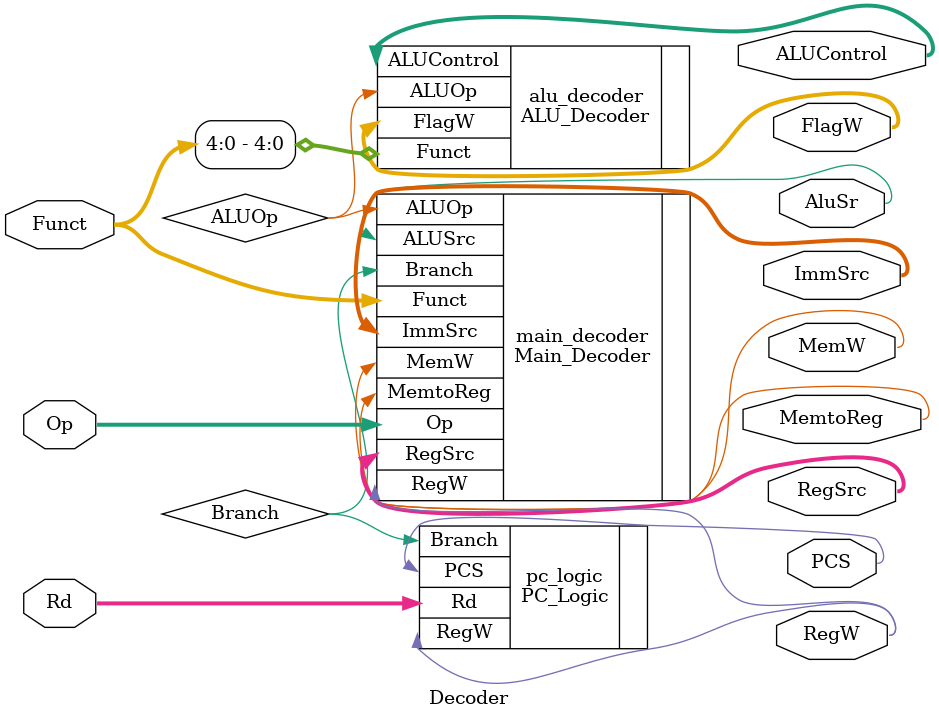
<source format=v>
`timescale 1ns / 1ps


module Decoder(
  input [3:0] Rd,
  input [1:0] Op,
  input [5:0] Funct,
  output PCS,
  output RegW, MemW, MemtoReg, AluSr,
  output [1:0] ImmSrc,RegSrc,
  output [1:0] ALUControl,FlagW
    );
    //Internal
    wire Branch;
    wire ALUOp;
    
     PC_Logic pc_logic(
     .Rd(Rd),
     .Branch(Branch),
     .RegW(RegW),
     .PCS(PCS)
    );
    
    Main_Decoder main_decoder(
    .Op(Op),
    .Funct(Funct),
    .RegW(RegW),
    .MemW(MemW),
    .MemtoReg(MemtoReg), 
    .ALUSrc(AluSr),
    .ImmSrc(ImmSrc), 
    .RegSrc(RegSrc),
    .Branch(Branch), 
    .ALUOp(ALUOp)
    );
     
     ALU_Decoder alu_decoder(
      .Funct(Funct [4:0]),
      .ALUOp(ALUOp),
      .ALUControl(ALUControl),  
      .FlagW(FlagW)         
);
endmodule

</source>
